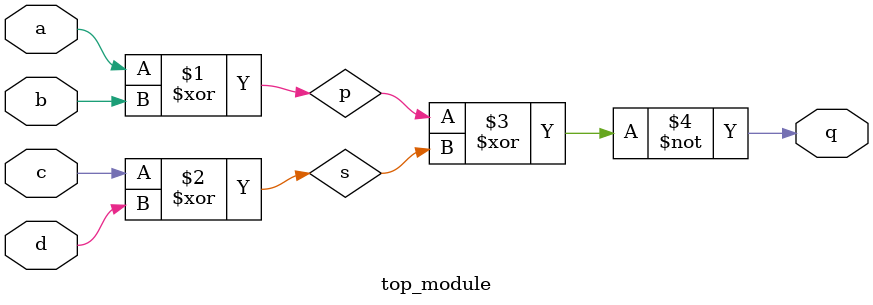
<source format=v>
module top_module (
    input a,
    input b,
    input c,
    input d,
    output q );

    wire p,s;
    assign p=a^b;
    assign s=c^d;
    assign q = ~(p^s); 

endmodule

</source>
